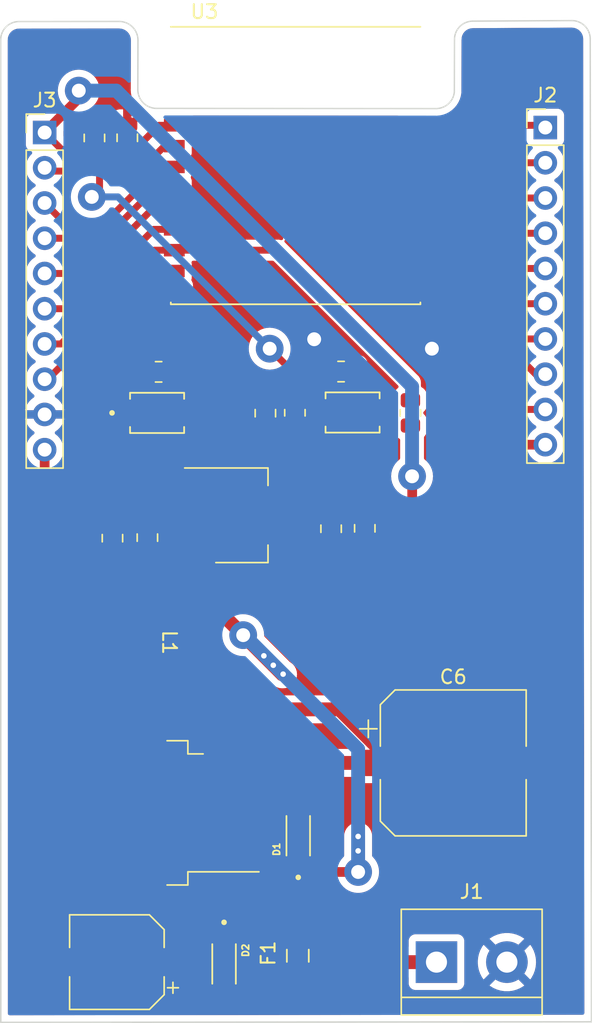
<source format=kicad_pcb>
(kicad_pcb (version 20211014) (generator pcbnew)
  (layers (0 "F.Cu" signal) (31 "B.Cu" signal) (34 "B.Paste" user) (35 "F.Paste" user) (36 "B.SilkS" user "B.Silkscreen") (37 "F.SilkS" user "F.Silkscreen") (38 "B.Mask" user) (39 "F.Mask" user) (44 "Edge.Cuts" user))
  (net 0 "")
  (net 1 "Net-(C1-Pad1)")
  (net 2 "GND")
  (net 3 "+5V")
  (net 4 "+3V3")
  (net 5 "EN")
  (net 6 "Net-(D1-PadC)")
  (net 7 "Net-(D2-PadA)")
  (net 8 "+12V")
  (net 9 "TXD")
  (net 10 "RXD")
  (net 11 "IO19")
  (net 12 "IO18")
  (net 13 "IO9")
  (net 14 "IO8")
  (net 15 "IO7")
  (net 16 "IO6")
  (net 17 "IO2")
  (net 18 "IO3")
  (net 19 "IO0")
  (net 20 "IO1")
  (net 21 "IO10")
  (net 22 "IO4")
  (net 23 "IO5")
  (net 24 "Net-(R2-Pad2)")
  (net 25 "Net-(R4-Pad2)")
  (footprint "Capacitor_SMD:C_0805_2012Metric" (layer "F.Cu") (at 108.46 65.6 90)
    (fp_text reference "C8" hide)
    (fp_text value "10uF")
    (fp_line (start -0.261252 -0.735) (end 0.261252 -0.735) (layer "F.SilkS") (width 0.12))
    (fp_line (start -0.261252 0.735) (end 0.261252 0.735) (layer "F.SilkS") (width 0.12))
    (pad "1" smd roundrect (at -0.95 0 90) (size 1 1.45) (layers "F.Cu" "F.Paste" "F.Mask") (net 4 "+3V3"))
    (pad "2" smd roundrect (at 0.95 0 90) (size 1 1.45) (layers "F.Cu" "F.Paste" "F.Mask") (net 2 "GND"))
  )
  (footprint "Capacitor_SMD:C_0805_2012Metric" (layer "F.Cu") (at 127.96 93.74 -90)
    (fp_text reference "C4" hide)
    (fp_text value "0.1uF")
    (fp_line (start -0.261252 -0.735) (end 0.261252 -0.735) (layer "F.SilkS") (width 0.12))
    (fp_line (start -0.261252 0.735) (end 0.261252 0.735) (layer "F.SilkS") (width 0.12))
    (pad "1" smd roundrect (at -0.95 0 270) (size 1 1.45) (layers "F.Cu" "F.Paste" "F.Mask") (net 4 "+3V3"))
    (pad "2" smd roundrect (at 0.95 0 270) (size 1 1.45) (layers "F.Cu" "F.Paste" "F.Mask") (net 2 "GND"))
  )
  (footprint "Connector_PinHeader_2.54mm:PinHeader_1x10_P2.54mm_Vertical" (layer "F.Cu") (at 104.87 65.21)
    (fp_text reference "J3" (at 0 -2.33) (layer "F.SilkS"))
    (fp_text value "Conn_01x10_Male" hide)
    (fp_line (start -1.33 0) (end -1.33 -1.33) (layer "F.SilkS") (width 0.12))
    (fp_line (start -1.33 1.27) (end -1.33 24.19) (layer "F.SilkS") (width 0.12))
    (fp_line (start 1.33 1.27) (end 1.33 24.19) (layer "F.SilkS") (width 0.12))
    (fp_line (start -1.33 -1.33) (end 0 -1.33) (layer "F.SilkS") (width 0.12))
    (fp_line (start -1.33 24.19) (end 1.33 24.19) (layer "F.SilkS") (width 0.12))
    (fp_line (start -1.33 1.27) (end 1.33 1.27) (layer "F.SilkS") (width 0.12))
    (pad "1" thru_hole rect (at 0 0) (size 1.7 1.7) (drill 1) (layers *.Cu *.Mask) (net 4 "+3V3"))
    (pad "2" thru_hole oval (at 0 2.54) (size 1.7 1.7) (drill 1) (layers *.Cu *.Mask) (net 5 "EN"))
    (pad "3" thru_hole oval (at 0 5.08) (size 1.7 1.7) (drill 1) (layers *.Cu *.Mask) (net 22 "IO4"))
    (pad "4" thru_hole oval (at 0 7.62) (size 1.7 1.7) (drill 1) (layers *.Cu *.Mask) (net 23 "IO5"))
    (pad "5" thru_hole oval (at 0 10.16) (size 1.7 1.7) (drill 1) (layers *.Cu *.Mask) (net 16 "IO6"))
    (pad "6" thru_hole oval (at 0 12.7) (size 1.7 1.7) (drill 1) (layers *.Cu *.Mask) (net 15 "IO7"))
    (pad "7" thru_hole oval (at 0 15.24) (size 1.7 1.7) (drill 1) (layers *.Cu *.Mask) (net 14 "IO8"))
    (pad "8" thru_hole oval (at 0 17.78) (size 1.7 1.7) (drill 1) (layers *.Cu *.Mask) (net 13 "IO9"))
    (pad "9" thru_hole oval (at 0 20.32) (size 1.7 1.7) (drill 1) (layers *.Cu *.Mask) (net 2 "GND"))
    (pad "10" thru_hole oval (at 0 22.86) (size 1.7 1.7) (drill 1) (layers *.Cu *.Mask) (net 3 "+5V"))
  )
  (footprint "Capacitor_SMD:C_0805_2012Metric" (layer "F.Cu") (at 125.53 93.77 -90)
    (fp_text reference "C5" hide)
    (fp_text value "10uF")
    (fp_line (start -0.261252 -0.735) (end 0.261252 -0.735) (layer "F.SilkS") (width 0.12))
    (fp_line (start -0.261252 0.735) (end 0.261252 0.735) (layer "F.SilkS") (width 0.12))
    (pad "1" smd roundrect (at -0.95 0 270) (size 1 1.45) (layers "F.Cu" "F.Paste" "F.Mask") (net 4 "+3V3"))
    (pad "2" smd roundrect (at 0.95 0 270) (size 1 1.45) (layers "F.Cu" "F.Paste" "F.Mask") (net 2 "GND"))
  )
  (footprint "emin_new:100uH" (layer "F.Cu") (at 115.115 101.71 -90)
    (fp_text reference "L1" (at 0.25 1.24 -90 unlocked) (layer "F.SilkS"))
    (fp_text value "100uH")
    (pad "1" smd roundrect (at -2.54 5.08 270) (size 3 8) (layers "F.Cu" "F.Paste" "F.Mask") (net 6 "Net-(D1-PadC)"))
    (pad "2" smd roundrect (at 3.5 5.05 270) (size 3 8) (layers "F.Cu" "F.Paste" "F.Mask") (net 3 "+5V"))
  )
  (footprint "Package_TO_SOT_SMD:SOT-223-3_TabPin2" (layer "F.Cu") (at 119.07 92.8)
    (fp_text reference "U2" hide)
    (fp_text value "AMS1117-3.3")
    (fp_line (start -4.1 -3.41) (end 1.91 -3.41) (layer "F.SilkS") (width 0.12))
    (fp_line (start 1.91 3.41) (end 1.91 2.15) (layer "F.SilkS") (width 0.12))
    (fp_line (start -1.85 3.41) (end 1.91 3.41) (layer "F.SilkS") (width 0.12))
    (fp_line (start 1.91 -3.41) (end 1.91 -2.15) (layer "F.SilkS") (width 0.12))
    (pad "1" smd rect (at -3.15 -2.3) (size 2 1.5) (layers "F.Cu" "F.Paste" "F.Mask") (net 2 "GND"))
    (pad "2" smd rect (at 3.15 0) (size 2 3.8) (layers "F.Cu" "F.Paste" "F.Mask") (net 4 "+3V3"))
    (pad "2" smd rect (at -3.15 0) (size 2 1.5) (layers "F.Cu" "F.Paste" "F.Mask") (net 4 "+3V3"))
    (pad "3" smd rect (at -3.15 2.3) (size 2 1.5) (layers "F.Cu" "F.Paste" "F.Mask") (net 3 "+5V"))
  )
  (footprint "TerminalBlock:TerminalBlock_bornier-2_P5.08mm" (layer "F.Cu") (at 133.13 125.01)
    (fp_text reference "J1" (at 2.54 -5.08) (layer "F.SilkS"))
    (fp_text value "01x02" hide)
    (fp_line (start -2.54 3.81) (end 7.62 3.81) (layer "F.SilkS") (width 0.12))
    (fp_line (start 7.62 3.81) (end 7.62 -3.81) (layer "F.SilkS") (width 0.12))
    (fp_line (start 7.62 -3.81) (end -2.54 -3.81) (layer "F.SilkS") (width 0.12))
    (fp_line (start -2.54 -3.81) (end -2.54 3.81) (layer "F.SilkS") (width 0.12))
    (fp_line (start 7.62 2.54) (end -2.54 2.54) (layer "F.SilkS") (width 0.12))
    (pad "1" thru_hole rect (at 0 0) (size 3 3) (drill 1.52) (layers *.Cu *.Mask) (net 8 "+12V"))
    (pad "2" thru_hole circle (at 5.08 0) (size 3 3) (drill 1.52) (layers *.Cu *.Mask) (net 2 "GND"))
  )
  (footprint "Connector_PinHeader_2.54mm:PinHeader_1x10_P2.54mm_Vertical" (layer "F.Cu") (at 140.98 64.85)
    (fp_text reference "J2" (at 0 -2.33) (layer "F.SilkS"))
    (fp_text value "Conn_01x10_Male" hide)
    (fp_line (start -1.33 1.27) (end 1.33 1.27) (layer "F.SilkS") (width 0.12))
    (fp_line (start -1.33 1.27) (end -1.33 24.19) (layer "F.SilkS") (width 0.12))
    (fp_line (start -1.33 24.19) (end 1.33 24.19) (layer "F.SilkS") (width 0.12))
    (fp_line (start -1.33 0) (end -1.33 -1.33) (layer "F.SilkS") (width 0.12))
    (fp_line (start 1.33 1.27) (end 1.33 24.19) (layer "F.SilkS") (width 0.12))
    (fp_line (start -1.33 -1.33) (end 0 -1.33) (layer "F.SilkS") (width 0.12))
    (pad "1" thru_hole rect (at 0 0) (size 1.7 1.7) (drill 1) (layers *.Cu *.Mask) (net 19 "IO0"))
    (pad "2" thru_hole oval (at 0 2.54) (size 1.7 1.7) (drill 1) (layers *.Cu *.Mask) (net 20 "IO1"))
    (pad "3" thru_hole oval (at 0 5.08) (size 1.7 1.7) (drill 1) (layers *.Cu *.Mask) (net 17 "IO2"))
    (pad "4" thru_hole oval (at 0 7.62) (size 1.7 1.7) (drill 1) (layers *.Cu *.Mask) (net 18 "IO3"))
    (pad "5" thru_hole oval (at 0 10.16) (size 1.7 1.7) (drill 1) (layers *.Cu *.Mask) (net 11 "IO19"))
    (pad "6" thru_hole oval (at 0 12.7) (size 1.7 1.7) (drill 1) (layers *.Cu *.Mask) (net 12 "IO18"))
    (pad "7" thru_hole oval (at 0 15.24) (size 1.7 1.7) (drill 1) (layers *.Cu *.Mask) (net 10 "RXD"))
    (pad "8" thru_hole oval (at 0 17.78) (size 1.7 1.7) (drill 1) (layers *.Cu *.Mask) (net 9 "TXD"))
    (pad "9" thru_hole oval (at 0 20.32) (size 1.7 1.7) (drill 1) (layers *.Cu *.Mask) (net 21 "IO10"))
    (pad "10" thru_hole oval (at 0 22.86) (size 1.7 1.7) (drill 1) (layers *.Cu *.Mask) (net 4 "+3V3"))
  )
  (footprint "Resistor_SMD:R_0805_2012Metric" (layer "F.Cu") (at 122.92 85.41 90)
    (fp_text reference "R3" hide)
    (fp_text value "10k")
    (fp_line (start -0.227064 0.735) (end 0.227064 0.735) (layer "F.SilkS") (width 0.12))
    (fp_line (start -0.227064 -0.735) (end 0.227064 -0.735) (layer "F.SilkS") (width 0.12))
    (pad "1" smd roundrect (at -0.9125 0 90) (size 1.025 1.4) (layers "F.Cu" "F.Paste" "F.Mask") (roundrect_rratio 0.243902439) (net 4 "+3V3"))
    (pad "2" smd roundrect (at 0.9125 0 90) (size 1.025 1.4) (layers "F.Cu" "F.Paste" "F.Mask") (roundrect_rratio 0.243902439) (net 5 "EN"))
  )
  (footprint "Resistor_SMD:R_0805_2012Metric" (layer "F.Cu") (at 113.09 82.46 180)
    (fp_text reference "R4" hide)
    (fp_text value "22r")
    (fp_line (start -0.227064 -0.735) (end 0.227064 -0.735) (layer "F.SilkS") (width 0.12))
    (fp_line (start -0.227064 0.735) (end 0.227064 0.735) (layer "F.SilkS") (width 0.12))
    (pad "1" smd roundrect (at -0.9125 0 180) (size 1.025 1.4) (layers "F.Cu" "F.Paste" "F.Mask") (roundrect_rratio 0.243902439) (net 13 "IO9"))
    (pad "2" smd roundrect (at 0.9125 0 180) (size 1.025 1.4) (layers "F.Cu" "F.Paste" "F.Mask") (roundrect_rratio 0.243902439) (net 25 "Net-(R4-Pad2)"))
  )
  (footprint "Resistor_SMD:R_0805_2012Metric" (layer "F.Cu") (at 126.25 82.44)
    (fp_text reference "R2" hide)
    (fp_text value "22r")
    (fp_line (start -0.227064 0.735) (end 0.227064 0.735) (layer "F.SilkS") (width 0.12))
    (fp_line (start -0.227064 -0.735) (end 0.227064 -0.735) (layer "F.SilkS") (width 0.12))
    (pad "1" smd roundrect (at -0.9125 0) (size 1.025 1.4) (layers "F.Cu" "F.Paste" "F.Mask") (roundrect_rratio 0.243902439) (net 5 "EN"))
    (pad "2" smd roundrect (at 0.9125 0) (size 1.025 1.4) (layers "F.Cu" "F.Paste" "F.Mask") (roundrect_rratio 0.243902439) (net 24 "Net-(R2-Pad2)"))
  )
  (footprint "SnapEDA Library:SW_TL1015AF160QG" (layer "F.Cu") (at 127.08 85.39)
    (fp_text reference "SW1" hide)
    (fp_text value "SW_Push")
    (fp_line (start -1.95 -1.45) (end 1.95 -1.45) (layer "F.SilkS") (width 0.127))
    (fp_line (start 1.95 1.45) (end -1.95 1.45) (layer "F.SilkS") (width 0.127))
    (fp_line (start 1.95 -1.45) (end 1.95 -1.0135) (layer "F.SilkS") (width 0.127))
    (fp_line (start -1.95 -1.0135) (end -1.95 -1.45) (layer "F.SilkS") (width 0.127))
    (fp_line (start -1.95 1.45) (end -1.95 1.0135) (layer "F.SilkS") (width 0.127))
    (fp_line (start 1.95 1.0135) (end 1.95 1.45) (layer "F.SilkS") (width 0.127))
    (pad "1" smd rect (at -2.075 0) (size 0.95 1.4) (layers "F.Cu" "F.Paste" "F.Mask") (net 24 "Net-(R2-Pad2)"))
    (pad "2" smd rect (at 2.075 0) (size 0.95 1.4) (layers "F.Cu" "F.Paste" "F.Mask") (net 2 "GND"))
  )
  (footprint "SnapEDA Library:MODULE_ESP32-C3-WROOM-02-H4" (layer "F.Cu") (at 122.97 67.59)
    (fp_text reference "U3" (at -6.575 -11.085) (layer "F.SilkS"))
    (fp_text value "ESP32-C3-WROOM-02-H4")
    (fp_line (start -9 10) (end 9 10) (layer "F.SilkS") (width 0.127))
    (fp_line (start 9 -10) (end -9 -10) (layer "F.SilkS") (width 0.127))
    (fp_line (start -9 10) (end -9 9.87) (layer "F.SilkS") (width 0.127))
    (fp_line (start 9 10) (end 9 9.87) (layer "F.SilkS") (width 0.127))
    (pad "1" smd rect (at -8.75 -2.9) (size 1.5 0.9) (layers "F.Cu" "F.Paste" "F.Mask") (net 4 "+3V3"))
    (pad "2" smd rect (at -8.75 -1.4) (size 1.5 0.9) (layers "F.Cu" "F.Paste" "F.Mask") (net 5 "EN"))
    (pad "3" smd rect (at -8.75 0.1) (size 1.5 0.9) (layers "F.Cu" "F.Paste" "F.Mask") (net 22 "IO4"))
    (pad "4" smd rect (at -8.75 1.6) (size 1.5 0.9) (layers "F.Cu" "F.Paste" "F.Mask") (net 23 "IO5"))
    (pad "5" smd rect (at -8.75 3.1) (size 1.5 0.9) (layers "F.Cu" "F.Paste" "F.Mask") (net 16 "IO6"))
    (pad "6" smd rect (at -8.75 4.6) (size 1.5 0.9) (layers "F.Cu" "F.Paste" "F.Mask") (net 15 "IO7"))
    (pad "7" smd rect (at -8.75 6.1) (size 1.5 0.9) (layers "F.Cu" "F.Paste" "F.Mask") (net 14 "IO8"))
    (pad "8" smd rect (at -8.75 7.6) (size 1.5 0.9) (layers "F.Cu" "F.Paste" "F.Mask") (net 13 "IO9"))
    (pad "9" smd rect (at -8.75 9.1) (size 1.5 0.9) (layers "F.Cu" "F.Paste" "F.Mask") (net 2 "GND"))
    (pad "10" smd rect (at 8.75 9.1) (size 1.5 0.9) (layers "F.Cu" "F.Paste" "F.Mask") (net 21 "IO10"))
    (pad "11" smd rect (at 8.75 7.6) (size 1.5 0.9) (layers "F.Cu" "F.Paste" "F.Mask") (net 9 "TXD"))
    (pad "12" smd rect (at 8.75 6.1) (size 1.5 0.9) (layers "F.Cu" "F.Paste" "F.Mask") (net 10 "RXD"))
    (pad "13" smd rect (at 8.75 4.6) (size 1.5 0.9) (layers "F.Cu" "F.Paste" "F.Mask") (net 12 "IO18"))
    (pad "14" smd rect (at 8.75 3.1) (size 1.5 0.9) (layers "F.Cu" "F.Paste" "F.Mask") (net 11 "IO19"))
    (pad "15" smd rect (at 8.75 1.6) (size 1.5 0.9) (layers "F.Cu" "F.Paste" "F.Mask") (net 18 "IO3"))
    (pad "16" smd rect (at 8.75 0.1) (size 1.5 0.9) (layers "F.Cu" "F.Paste" "F.Mask") (net 17 "IO2"))
    (pad "17" smd rect (at 8.75 -1.4) (size 1.5 0.9) (layers "F.Cu" "F.Paste" "F.Mask") (net 20 "IO1"))
    (pad "18" smd rect (at 8.75 -2.9) (size 1.5 0.9) (layers "F.Cu" "F.Paste" "F.Mask") (net 19 "IO0"))
    (pad "19" smd rect (at -0.14 2.2) (size 0.7 0.7) (layers "F.Cu" "F.Paste" "F.Mask") (net 2 "GND"))
    (pad "20" smd rect (at 0.96 2.2) (size 0.7 0.7) (layers "F.Cu" "F.Paste" "F.Mask") (net 2 "GND"))
    (pad "21" smd rect (at 2.06 2.2) (size 0.7 0.7) (layers "F.Cu" "F.Paste" "F.Mask") (net 2 "GND"))
    (pad "22" smd rect (at -0.14 3.3) (size 0.7 0.7) (layers "F.Cu" "F.Paste" "F.Mask") (net 2 "GND"))
    (pad "23" smd rect (at 0.96 3.3) (size 0.7 0.7) (layers "F.Cu" "F.Paste" "F.Mask") (net 2 "GND"))
    (pad "24" smd rect (at 2.06 3.3) (size 0.7 0.7) (layers "F.Cu" "F.Paste" "F.Mask") (net 2 "GND"))
    (pad "25" smd rect (at -0.14 4.4) (size 0.7 0.7) (layers "F.Cu" "F.Paste" "F.Mask") (net 2 "GND"))
    (pad "26" smd rect (at 0.96 4.4) (size 0.7 0.7) (layers "F.Cu" "F.Paste" "F.Mask") (net 2 "GND"))
    (pad "27" smd rect (at 2.06 4.4) (size 0.7 0.7) (layers "F.Cu" "F.Paste" "F.Mask") (net 2 "GND"))
  )
  (footprint "Package_TO_SOT_SMD:TO-263-5_TabPin3" (layer "F.Cu") (at 112.25 114.25 180)
    (fp_text reference "U1" hide)
    (fp_text value "LM2576HVS-5")
    (fp_line (start -1.45 5.2) (end -2.95 5.2) (layer "F.SilkS") (width 0.12))
    (fp_line (start -2.95 -5.2) (end -2.95 -4.25) (layer "F.SilkS") (width 0.12))
    (fp_line (start -2.95 -4.25) (end -8.075 -4.25) (layer "F.SilkS") (width 0.12))
    (fp_line (start -1.45 -5.2) (end -2.95 -5.2) (layer "F.SilkS") (width 0.12))
    (fp_line (start -2.95 5.2) (end -2.95 4.25) (layer "F.SilkS") (width 0.12))
    (fp_line (start -2.95 4.25) (end -4.05 4.25) (layer "F.SilkS") (width 0.12))
    (pad "1" smd rect (at -5.775 -3.4 180) (size 4.6 1.1) (layers "F.Cu" "F.Paste" "F.Mask") (net 1 "Net-(C1-Pad1)"))
    (pad "2" smd rect (at -5.775 -1.7 180) (size 4.6 1.1) (layers "F.Cu" "F.Paste" "F.Mask") (net 6 "Net-(D1-PadC)"))
    (pad "3" smd rect (at -5.775 0 180) (size 4.6 1.1) (layers "F.Cu" "F.Paste" "F.Mask") (net 2 "GND"))
    (pad "3" smd rect (at 3.375 0 180) (size 9.4 10.8) (layers "F.Cu" "F.Mask") (net 2 "GND"))
    (pad "4" smd rect (at -5.775 1.7 180) (size 4.6 1.1) (layers "F.Cu" "F.Paste" "F.Mask") (net 3 "+5V"))
    (pad "5" smd rect (at -5.775 3.4 180) (size 4.6 1.1) (layers "F.Cu" "F.Paste" "F.Mask") (net 2 "GND"))
  )
  (footprint "Resistor_SMD:R_0805_2012Metric" (layer "F.Cu") (at 131.25 85.42 90)
    (fp_text reference "R1" hide)
    (fp_text value "10k")
    (fp_line (start -0.227064 -0.735) (end 0.227064 -0.735) (layer "F.SilkS") (width 0.12))
    (fp_line (start -0.227064 0.735) (end 0.227064 0.735) (layer "F.SilkS") (width 0.12))
    (pad "1" smd roundrect (at -0.9125 0 90) (size 1.025 1.4) (layers "F.Cu" "F.Paste" "F.Mask") (roundrect_rratio 0.243902439) (net 4 "+3V3"))
    (pad "2" smd roundrect (at 0.9125 0 90) (size 1.025 1.4) (layers "F.Cu" "F.Paste" "F.Mask") (roundrect_rratio 0.243902439) (net 14 "IO8"))
  )
  (footprint "Capacitor_SMD:CP_Elec_10x12.6" (layer "F.Cu") (at 134.34 110.65)
    (fp_text reference "C6" (at 0 -6.2) (layer "F.SilkS"))
    (fp_text value "1000uF")
    (fp_line (start -4.195563 -5.26) (end 5.26 -5.26) (layer "F.SilkS") (width 0.12))
    (fp_line (start -5.26 -4.195563) (end -5.26 -1.21) (layer "F.SilkS") (width 0.12))
    (fp_line (start 5.26 5.26) (end 5.26 1.21) (layer "F.SilkS") (width 0.12))
    (fp_line (start -5.26 -4.195563) (end -4.195563 -5.26) (layer "F.SilkS") (width 0.12))
    (fp_line (start -5.26 4.195563) (end -4.195563 5.26) (layer "F.SilkS") (width 0.12))
    (fp_line (start 5.26 -5.26) (end 5.26 -1.21) (layer "F.SilkS") (width 0.12))
    (fp_line (start -5.26 4.195563) (end -5.26 1.21) (layer "F.SilkS") (width 0.12))
    (fp_line (start -4.195563 5.26) (end 5.26 5.26) (layer "F.SilkS") (width 0.12))
    (fp_line (start -6.125 -3.085) (end -6.125 -1.835) (layer "F.SilkS") (width 0.12))
    (fp_line (start -6.75 -2.46) (end -5.5 -2.46) (layer "F.SilkS") (width 0.12))
    (pad "1" smd roundrect (at -4.35 0) (size 4.4 1.9) (layers "F.Cu" "F.Paste" "F.Mask") (roundrect_rratio 0.1315789474) (net 3 "+5V"))
    (pad "2" smd roundrect (at 4.35 0) (size 4.4 1.9) (layers "F.Cu" "F.Paste" "F.Mask") (roundrect_rratio 0.1315789474) (net 2 "GND"))
  )
  (footprint "SnapEDA Library:FUSC3215X83N" (layer "F.Cu") (at 123.13 124.55 90)
    (fp_text reference "F1" (at 0.175 -2.135 90) (layer "F.SilkS"))
    (fp_text value "FUSE")
    (fp_line (start -0.44 -0.79) (end 0.44 -0.79) (layer "F.SilkS") (width 0.127))
    (fp_line (start 0.44 0.79) (end -0.44 0.79) (layer "F.SilkS") (width 0.127))
    (pad "1" smd rect (at -2.54 0 90) (size 1.17 1.8) (layers "F.Cu" "F.Paste" "F.Mask") (net 8 "+12V"))
    (pad "2" smd rect (at 2.54 0 90) (size 1.17 1.8) (layers "F.Cu" "F.Paste" "F.Mask") (net 7 "Net-(D2-PadA)"))
  )
  (footprint "Capacitor_SMD:C_0805_2012Metric" (layer "F.Cu") (at 120.79 85.44 -90)
    (fp_text reference "C9" hide)
    (fp_text value "1uF")
    (fp_line (start -0.261252 0.735) (end 0.261252 0.735) (layer "F.SilkS") (width 0.12))
    (fp_line (start -0.261252 -0.735) (end 0.261252 -0.735) (layer "F.SilkS") (width 0.12))
    (pad "1" smd roundrect (at -0.95 0 270) (size 1 1.45) (layers "F.Cu" "F.Paste" "F.Mask") (net 5 "EN"))
    (pad "2" smd roundrect (at 0.95 0 270) (size 1 1.45) (layers "F.Cu" "F.Paste" "F.Mask") (net 2 "GND"))
  )
  (footprint "SnapEDA Library:SOD3715X145N" (layer "F.Cu") (at 123.16 115.9 90)
    (fp_text reference "D1" (at -0.97763 -1.557398 90) (layer "F.SilkS") (effects (font (size 0.4808 0.4808))))
    (fp_text value "1N5819HW-7")
    (fp_line (start -1.425 -0.85) (end 1.425 -0.85) (layer "F.SilkS") (width 0.127))
    (fp_line (start 1.425 0.85) (end -1.425 0.85) (layer "F.SilkS") (width 0.127))
    (fp_circle (center -3 0) (end -2.9 0) (layer "F.SilkS") (width 0.2) (fill none))
    (pad "A" smd rect locked (at 1.68 0 90) (size 1.21 0.73) (layers "F.Cu" "F.Paste" "F.Mask") (net 2 "GND"))
    (pad "C" smd rect locked (at -1.68 0 90) (size 1.21 0.73) (layers "F.Cu" "F.Paste" "F.Mask") (net 6 "Net-(D1-PadC)"))
  )
  (footprint "Capacitor_SMD:C_0805_2012Metric" (layer "F.Cu") (at 110.83 65.59 90)
    (fp_text reference "C7" hide)
    (fp_text value "100nF")
    (fp_line (start -0.261252 -0.735) (end 0.261252 -0.735) (layer "F.SilkS") (width 0.12))
    (fp_line (start -0.261252 0.735) (end 0.261252 0.735) (layer "F.SilkS") (width 0.12))
    (pad "1" smd roundrect (at -0.95 0 90) (size 1 1.45) (layers "F.Cu" "F.Paste" "F.Mask") (net 4 "+3V3"))
    (pad "2" smd roundrect (at 0.95 0 90) (size 1 1.45) (layers "F.Cu" "F.Paste" "F.Mask") (net 2 "GND"))
  )
  (footprint "Capacitor_SMD:CP_Elec_6.3x7.7" (layer "F.Cu") (at 110.08 125.01 180)
    (fp_text reference "C1" hide)
    (fp_text value "100uF")
    (fp_line (start -3.41 -2.345563) (end -3.41 -1.06) (layer "F.SilkS") (width 0.12))
    (fp_line (start -4.04375 -2.24125) (end -4.04375 -1.45375) (layer "F.SilkS") (width 0.12))
    (fp_line (start -2.345563 3.41) (end 3.41 3.41) (layer "F.SilkS") (width 0.12))
    (fp_line (start -3.41 -2.345563) (end -2.345563 -3.41) (layer "F.SilkS") (width 0.12))
    (fp_line (start 3.41 -3.41) (end 3.41 -1.06) (layer "F.SilkS") (width 0.12))
    (fp_line (start -2.345563 -3.41) (end 3.41 -3.41) (layer "F.SilkS") (width 0.12))
    (fp_line (start -4.4375 -1.8475) (end -3.65 -1.8475) (layer "F.SilkS") (width 0.12))
    (fp_line (start 3.41 3.41) (end 3.41 1.06) (layer "F.SilkS") (width 0.12))
    (fp_line (start -3.41 2.345563) (end -3.41 1.06) (layer "F.SilkS") (width 0.12))
    (fp_line (start -3.41 2.345563) (end -2.345563 3.41) (layer "F.SilkS") (width 0.12))
    (pad "1" smd roundrect (at -2.7 0 180) (size 3.5 1.6) (layers "F.Cu" "F.Paste" "F.Mask") (roundrect_rratio 0.15625) (net 1 "Net-(C1-Pad1)"))
    (pad "2" smd roundrect (at 2.7 0 180) (size 3.5 1.6) (layers "F.Cu" "F.Paste" "F.Mask") (roundrect_rratio 0.15625) (net 2 "GND"))
  )
  (footprint "Capacitor_SMD:C_0805_2012Metric" (layer "F.Cu") (at 112.28 94.41 90)
    (fp_text reference "C2" hide)
    (fp_text value "10uF")
    (fp_line (start -0.261252 -0.735) (end 0.261252 -0.735) (layer "F.SilkS") (width 0.12))
    (fp_line (start -0.261252 0.735) (end 0.261252 0.735) (layer "F.SilkS") (width 0.12))
    (pad "1" smd roundrect (at -0.95 0 90) (size 1 1.45) (layers "F.Cu" "F.Paste" "F.Mask") (net 3 "+5V"))
    (pad "2" smd roundrect (at 0.95 0 90) (size 1 1.45) (layers "F.Cu" "F.Paste" "F.Mask") (net 2 "GND"))
  )
  (footprint "Capacitor_SMD:C_0805_2012Metric" (layer "F.Cu") (at 109.76 94.45 90)
    (fp_text reference "C3" hide)
    (fp_text value "0.1uF")
    (fp_line (start -0.261252 0.735) (end 0.261252 0.735) (layer "F.SilkS") (width 0.12))
    (fp_line (start -0.261252 -0.735) (end 0.261252 -0.735) (layer "F.SilkS") (width 0.12))
    (pad "1" smd roundrect (at -0.95 0 90) (size 1 1.45) (layers "F.Cu" "F.Paste" "F.Mask") (net 3 "+5V"))
    (pad "2" smd roundrect (at 0.95 0 90) (size 1 1.45) (layers "F.Cu" "F.Paste" "F.Mask") (net 2 "GND"))
  )
  (footprint "SnapEDA Library:SOD3715X145N" (layer "F.Cu") (at 117.81 125.14 -90)
    (fp_text reference "D2" (at -0.97763 -1.557398 90) (layer "F.SilkS") (effects (font (size 0.4808 0.4808))))
    (fp_text value "1N5819HW-7")
    (fp_line (start -1.425 -0.85) (end 1.425 -0.85) (layer "F.SilkS") (width 0.127))
    (fp_line (start 1.425 0.85) (end -1.425 0.85) (layer "F.SilkS") (width 0.127))
    (fp_circle (center -3 0) (end -2.9 0) (layer "F.SilkS") (width 0.2) (fill none))
    (pad "A" smd rect locked (at 1.68 0 270) (size 1.21 0.73) (layers "F.Cu" "F.Paste" "F.Mask") (net 7 "Net-(D2-PadA)"))
    (pad "C" smd rect locked (at -1.68 0 270) (size 1.21 0.73) (layers "F.Cu" "F.Paste" "F.Mask") (net 1 "Net-(C1-Pad1)"))
  )
  (footprint "SnapEDA Library:SW_TL1015AF160QG" (layer "F.Cu") (at 112.98 85.42)
    (fp_text reference "SW2" hide)
    (fp_text value "SW_Push")
    (fp_line (start 1.95 -1.45) (end 1.95 -1.0135) (layer "F.SilkS") (width 0.127))
    (fp_line (start -1.95 1.45) (end -1.95 1.0135) (layer "F.SilkS") (width 0.127))
    (fp_line (start -1.95 -1.45) (end 1.95 -1.45) (layer "F.SilkS") (width 0.127))
    (fp_line (start 1.95 1.0135) (end 1.95 1.45) (layer "F.SilkS") (width 0.127))
    (fp_line (start 1.95 1.45) (end -1.95 1.45) (layer "F.SilkS") (width 0.127))
    (fp_line (start -1.95 -1.0135) (end -1.95 -1.45) (layer "F.SilkS") (width 0.127))
    (fp_circle (center -3.25 0) (end -3.15 0) (layer "F.SilkS") (width 0.2) (fill none))
    (pad "1" smd rect locked (at -2.075 0) (size 0.95 1.4) (layers "F.Cu" "F.Paste" "F.Mask") (net 25 "Net-(R4-Pad2)"))
    (pad "2" smd rect locked (at 2.075 0) (size 0.95 1.4) (layers "F.Cu" "F.Paste" "F.Mask") (net 2 "GND"))
  )
  (gr_arc (start 112.91 63.47) (mid 111.976211 63.062704) (end 111.59 62.12) (layer "Edge.Cuts") (width 0.1))
  (gr_line (start 101.700001 58.5) (end 101.71 129.35) (layer "Edge.Cuts") (width 0.1))
  (gr_line (start 144.306867 129.31) (end 144.22 58.42) (layer "Edge.Cuts") (width 0.1))
  (gr_line (start 133.13 63.483133) (end 112.91 63.47) (layer "Edge.Cuts") (width 0.1))
  (gr_arc (start 110.273098 57.202231) (mid 111.22107 57.617099) (end 111.6 58.58) (layer "Edge.Cuts") (width 0.1))
  (gr_line (start 110.273098 57.202231) (end 103.02 57.20966) (layer "Edge.Cuts") (width 0.1))
  (gr_line (start 142.92 57.14) (end 135.729852 57.179666) (layer "Edge.Cuts") (width 0.1))
  (gr_arc (start 142.92 57.14) (mid 143.82364 57.522397) (end 144.22 58.42) (layer "Edge.Cuts") (width 0.1))
  (gr_line (start 101.71 129.35) (end 144.306867 129.31) (layer "Edge.Cuts") (width 0.1))
  (gr_line (start 111.59 62.12) (end 111.6 58.58) (layer "Edge.Cuts") (width 0.1))
  (gr_line (start 134.429853 58.470006) (end 134.419909 62.28) (layer "Edge.Cuts") (width 0.1))
  (gr_arc (start 101.700001 58.5) (mid 102.09704 57.585825) (end 103.02 57.20966) (layer "Edge.Cuts") (width 0.1))
  (gr_arc (start 134.429853 58.470006) (mid 134.819762 57.562799) (end 135.729852 57.179666) (layer "Edge.Cuts") (width 0.1))
  (gr_arc (start 134.419909 62.28) (mid 134.003983 63.127114) (end 133.13 63.483133) (layer "Edge.Cuts") (width 0.1))
  (segment (start 112.78 125.01) (end 112.78 123.57) (width 0.7) (layer "F.Cu") (net 1))
  (segment (start 117.879777 118.470223) (end 117.879777 117.795223) (width 0.7) (layer "F.Cu") (net 1))
  (segment (start 112.78 123.57) (end 117.879777 118.470223) (width 0.7) (layer "F.Cu") (net 1))
  (segment (start 114.95 125.01) (end 112.78 125.01) (width 0.7) (layer "F.Cu") (net 1))
  (segment (start 116.5 123.46) (end 114.95 125.01) (width 0.7) (layer "F.Cu") (net 1))
  (segment (start 117.81 123.46) (end 116.5 123.46) (width 0.7) (layer "F.Cu") (net 1))
  (segment (start 117.879777 117.795223) (end 118.025 117.65) (width 1) (layer "F.Cu") (net 1))
  (via (at 132.8 80.79) (size 2) (drill 1) (layers "F.Cu" "B.Cu") (net 2))
  (via (at 124.31 80.11) (size 2) (drill 1) (layers "F.Cu" "B.Cu") (net 2))
  (segment (start 104.87 92.76) (end 104.87 88.07) (width 0.7) (layer "F.Cu") (net 3))
  (segment (start 124.1 112.55) (end 126 110.65) (width 1) (layer "F.Cu") (net 3))
  (segment (start 126.13 106.79) (end 116.4 106.79) (width 1) (layer "F.Cu") (net 3))
  (segment (start 118.025 112.55) (end 124.1 112.55) (width 1) (layer "F.Cu") (net 3))
  (segment (start 114.82 105.21) (end 110.065 105.21) (width 1) (layer "F.Cu") (net 3))
  (segment (start 105.8 105.21) (end 110.065 105.21) (width 1) (layer "F.Cu") (net 3))
  (segment (start 109.76 95.4) (end 106.08 95.4) (width 1) (layer "F.Cu") (net 3))
  (segment (start 107.58 95.47) (end 104.87 92.76) (width 0.7) (layer "F.Cu") (net 3))
  (segment (start 103.96 103.37) (end 105.8 105.21) (width 1) (layer "F.Cu") (net 3))
  (segment (start 109.76 95.4) (end 112.24 95.4) (width 1) (layer "F.Cu") (net 3))
  (segment (start 112.28 95.36) (end 115.66 95.36) (width 1) (layer "F.Cu") (net 3))
  (segment (start 112.24 95.4) (end 112.28 95.36) (width 1) (layer "F.Cu") (net 3))
  (segment (start 106.08 95.4) (end 103.96 97.52) (width 1) (layer "F.Cu") (net 3))
  (segment (start 115.66 95.36) (end 115.92 95.1) (width 1) (layer "F.Cu") (net 3))
  (segment (start 129.99 110.65) (end 126.13 106.79) (width 1) (layer "F.Cu") (net 3))
  (segment (start 103.96 97.52) (end 103.96 103.37) (width 1) (layer "F.Cu") (net 3))
  (segment (start 126 110.65) (end 129.99 110.65) (width 1) (layer "F.Cu") (net 3))
  (segment (start 116.4 106.79) (end 114.82 105.21) (width 1) (layer "F.Cu") (net 3))
  (segment (start 115.92 92.8) (end 122.22 92.8) (width 0.7) (layer "F.Cu") (net 4))
  (segment (start 122.92 86.3225) (end 122.92 87.75) (width 0.7) (layer "F.Cu") (net 4))
  (segment (start 139.3 87.71) (end 140.98 87.71) (width 0.7) (layer "F.Cu") (net 4))
  (segment (start 131.37 86.4525) (end 131.25 86.3325) (width 0.7) (layer "F.Cu") (net 4))
  (segment (start 111.28 66.54) (end 106.2 66.54) (width 0.5) (layer "F.Cu") (net 4))
  (segment (start 127.95 92.8) (end 127.96 92.79) (width 0.7) (layer "F.Cu") (net 4))
  (segment (start 113.13 64.69) (end 111.28 66.54) (width 0.5) (layer "F.Cu") (net 4))
  (segment (start 122.92 87.75) (end 127.96 92.79) (width 0.7) (layer "F.Cu") (net 4))
  (segment (start 122.22 92.8) (end 127.95 92.8) (width 0.7) (layer "F.Cu") (net 4))
  (segment (start 131.25 86.3325) (end 131.25 86.3425) (width 0.7) (layer "F.Cu") (net 4))
  (segment (start 131.38 90) (end 131.38 92.81) (width 0.7) (layer "F.Cu") (net 4))
  (segment (start 114.22 64.69) (end 113.13 64.69) (width 0.5) (layer "F.Cu") (net 4))
  (segment (start 107.33 62.19) (end 107.33 62.75) (width 0.7) (layer "F.Cu") (net 4))
  (segment (start 134.22 92.79) (end 139.3 87.71) (width 0.7) (layer "F.Cu") (net 4))
  (segment (start 127.96 92.79) (end 134.22 92.79) (width 0.7) (layer "F.Cu") (net 4))
  (segment (start 131.37 89.99) (end 131.37 86.4525) (width 0.7) (layer "F.Cu") (net 4))
  (segment (start 106.2 66.54) (end 104.87 65.21) (width 0.5) (layer "F.Cu") (net 4))
  (segment (start 107.33 62.75) (end 104.87 65.21) (width 0.7) (layer "F.Cu") (net 4))
  (segment (start 131.37 89.99) (end 131.38 90) (width 0.7) (layer "F.Cu") (net 4))
  (via (at 107.33 62.19) (size 2) (drill 1) (layers "F.Cu" "B.Cu") (net 4))
  (via (at 131.37 89.99) (size 2) (drill 1) (layers "F.Cu" "B.Cu") (net 4))
  (segment (start 131.37 89.99) (end 131.37 83.52) (width 1) (layer "B.Cu") (net 4))
  (segment (start 110.04 62.19) (end 107.33 62.19) (width 1) (layer "B.Cu") (net 4))
  (segment (start 131.37 83.52) (end 110.04 62.19) (width 1) (layer "B.Cu") (net 4))
  (segment (start 108.83 67.99) (end 111.71 67.99) (width 0.5) (layer "F.Cu") (net 5))
  (segment (start 111.71 67.99) (end 113.51 66.19) (width 0.5) (layer "F.Cu") (net 5))
  (segment (start 121.1 80.79) (end 122.75 82.44) (width 0.5) (layer "F.Cu") (net 5))
  (segment (start 122.75 82.44) (end 125.3375 82.44) (width 0.5) (layer "F.Cu") (net 5))
  (segment (start 122.92 84.4975) (end 122.92 82.55) (width 0.5) (layer "F.Cu") (net 5))
  (segment (start 113.51 66.19) (end 114.22 66.19) (width 0.5) (layer "F.Cu") (net 5))
  (segment (start 122.9125 84.49) (end 122.92 84.4975) (width 0.5) (layer "F.Cu") (net 5))
  (segment (start 122.92 82.55) (end 122.78 82.41) (width 0.5) (layer "F.Cu") (net 5))
  (segment (start 108.83 69.29) (end 108.27 69.85) (width 0.5) (layer "F.Cu") (net 5))
  (segment (start 120.79 84.49) (end 122.9125 84.49) (width 0.5) (layer "F.Cu") (net 5))
  (segment (start 108.83 67.99) (end 108.83 69.29) (width 0.5) (layer "F.Cu") (net 5))
  (segment (start 104.71 67.99) (end 108.83 67.99) (width 0.5) (layer "F.Cu") (net 5))
  (via (at 108.27 69.85) (size 2) (drill 1) (layers "F.Cu" "B.Cu") (net 5))
  (via (at 121.1 80.79) (size 2) (drill 1) (layers "F.Cu" "B.Cu") (net 5))
  (segment (start 108.27 69.85) (end 110.16 69.85) (width 0.5) (layer "B.Cu") (net 5))
  (segment (start 110.16 69.85) (end 121.1 80.79) (width 0.5) (layer "B.Cu") (net 5))
  (segment (start 119.19 101.44) (end 120.68 102.93) (width 1) (layer "F.Cu") (net 6))
  (segment (start 123.12 117.52) (end 121.55 115.95) (width 0.7) (layer "F.Cu") (net 6))
  (segment (start 120.68 102.93) (end 121.36 103.61) (width 1) (layer "F.Cu") (net 6))
  (segment (start 127.48 118.51) (end 127.48 116.99) (width 1) (layer "F.Cu") (net 6))
  (segment (start 122.01 104.26) (end 122.06 104.26) (width 1) (layer "F.Cu") (net 6))
  (segment (start 121.36 103.61) (end 122.01 104.26) (width 1) (layer "F.Cu") (net 6))
  (segment (start 124.11 118.51) (end 123.12 117.52) (width 0.7) (layer "F.Cu") (net 6))
  (segment (start 116.92 99.17) (end 110.035 99.17) (width 1) (layer "F.Cu") (net 6))
  (segment (start 119.19 101.44) (end 116.92 99.17) (width 1) (layer "F.Cu") (net 6))
  (segment (start 127.48 116.99) (end 127.48 115.95) (width 1) (layer "F.Cu") (net 6))
  (segment (start 127.48 118.51) (end 124.11 118.51) (width 0.7) (layer "F.Cu") (net 6))
  (segment (start 121.55 115.95) (end 118.025 115.95) (width 0.7) (layer "F.Cu") (net 6))
  (via (at 127.48 115.95) (size 0.8) (drill 0.4) (layers "F.Cu" "B.Cu") (net 6))
  (via (at 119.19 101.44) (size 2) (drill 1) (layers "F.Cu" "B.Cu") (net 6))
  (via (at 127.48 118.51) (size 2) (drill 1) (layers "F.Cu" "B.Cu") (net 6))
  (via (at 121.36 103.61) (size 0.8) (drill 0.4) (layers "F.Cu" "B.Cu") (net 6))
  (via (at 120.68 102.93) (size 0.8) (drill 0.4) (layers "F.Cu" "B.Cu") (net 6))
  (via (at 127.48 116.99) (size 0.8) (drill 0.4) (layers "F.Cu" "B.Cu") (net 6))
  (via (at 122.07 104.25) (size 0.8) (drill 0.4) (layers "F.Cu" "B.Cu") (net 6))
  (segment (start 119.19 101.44) (end 119.26 101.44) (width 1) (layer "B.Cu") (net 6))
  (segment (start 119.26 101.44) (end 122.07 104.25) (width 1) (layer "B.Cu") (net 6))
  (segment (start 127.48 109.66) (end 127.48 118.51) (width 1) (layer "B.Cu") (net 6))
  (segment (start 122.07 104.25) (end 127.48 109.66) (width 1) (layer "B.Cu") (net 6))
  (segment (start 117.81 126.82) (end 117.81 126.43) (width 0.7) (layer "F.Cu") (net 7))
  (segment (start 122.23 122.01) (end 123.13 122.01) (width 0.7) (layer "F.Cu") (net 7))
  (segment (start 117.81 126.43) (end 122.23 122.01) (width 0.7) (layer "F.Cu") (net 7))
  (segment (start 125.44 127.09) (end 127.52 125.01) (width 1) (layer "F.Cu") (net 8))
  (segment (start 127.52 125.01) (end 133.13 125.01) (width 1) (layer "F.Cu") (net 8))
  (segment (start 123.13 127.09) (end 125.44 127.09) (width 1) (layer "F.Cu") (net 8))
  (segment (start 131.72 75.19) (end 132.85 75.19) (width 0.5) (layer "F.Cu") (net 9))
  (segment (start 140.29 82.63) (end 140.98 82.63) (width 0.5) (layer "F.Cu") (net 9))
  (segment (start 132.85 75.19) (end 140.29 82.63) (width 0.5) (layer "F.Cu") (net 9))
  (segment (start 139.43 80.09) (end 140.98 80.09) (width 0.5) (layer "F.Cu") (net 10))
  (segment (start 131.72 73.69) (end 133.03 73.69) (width 0.5) (layer "F.Cu") (net 10))
  (segment (start 133.03 73.69) (end 139.43 80.09) (width 0.5) (layer "F.Cu") (net 10))
  (segment (start 131.72 70.69) (end 133.31 70.69) (width 0.5) (layer "F.Cu") (net 11))
  (segment (start 133.31 70.69) (end 137.63 75.01) (width 0.5) (layer "F.Cu") (net 11))
  (segment (start 137.63 75.01) (end 140.98 75.01) (width 0.5) (layer "F.Cu") (net 11))
  (segment (start 131.72 72.19) (end 133.16 72.19) (width 0.5) (layer "F.Cu") (net 12))
  (segment (start 133.16 72.19) (end 138.52 77.55) (width 0.5) (layer "F.Cu") (net 12))
  (segment (start 138.52 77.55) (end 140.98 77.55) (width 0.5) (layer "F.Cu") (net 12))
  (segment (start 114.0025 82.46) (end 114.0025 80.6625) (width 0.5) (layer "F.Cu") (net 13))
  (segment (start 112.9 75.19) (end 114.22 75.19) (width 0.5) (layer "F.Cu") (net 13))
  (segment (start 114.0025 80.6625) (end 110.715 77.375) (width 0.5) (layer "F.Cu") (net 13))
  (segment (start 104.87 82.99) (end 105.1 82.99) (width 0.5) (layer "F.Cu") (net 13))
  (segment (start 110.715 77.375) (end 112.9 75.19) (width 0.5) (layer "F.Cu") (net 13))
  (segment (start 105.1 82.99) (end 110.715 77.375) (width 0.5) (layer "F.Cu") (net 13))
  (segment (start 112.81 73.69) (end 121.68 73.69) (width 0.5) (layer "F.Cu") (net 14))
  (segment (start 131.25 83.26) (end 131.25 84.5075) (width 0.5) (layer "F.Cu") (net 14))
  (segment (start 106.05 80.45) (end 112.81 73.69) (width 0.5) (layer "F.Cu") (net 14))
  (segment (start 121.68 73.69) (end 131.25 83.26) (width 0.5) (layer "F.Cu") (net 14))
  (segment (start 104.87 80.45) (end 106.05 80.45) (width 0.5) (layer "F.Cu") (net 14))
  (segment (start 107.03 77.91) (end 112.75 72.19) (width 0.5) (layer "F.Cu") (net 15))
  (segment (start 104.87 77.91) (end 107.03 77.91) (width 0.5) (layer "F.Cu") (net 15))
  (segment (start 112.75 72.19) (end 114.22 72.19) (width 0.5) (layer "F.Cu") (net 15))
  (segment (start 104.87 75.37) (end 107.99 75.37) (width 0.5) (layer "F.Cu") (net 16))
  (segment (start 112.67 70.69) (end 114.22 70.69) (width 0.5) (layer "F.Cu") (net 16))
  (segment (start 107.99 75.37) (end 112.67 70.69) (width 0.5) (layer "F.Cu") (net 16))
  (segment (start 135.39 67.69) (end 137.63 69.93) (width 0.5) (layer "F.Cu") (net 17))
  (segment (start 131.72 67.69) (end 135.39 67.69) (width 0.5) (layer "F.Cu") (net 17))
  (segment (start 137.63 69.93) (end 140.98 69.93) (width 0.5) (layer "F.Cu") (net 17))
  (segment (start 134.35 69.19) (end 137.63 72.47) (width 0.5) (layer "F.Cu") (net 18))
  (segment (start 131.72 69.19) (end 134.35 69.19) (width 0.5) (layer "F.Cu") (net 18))
  (segment (start 137.63 72.47) (end 140.98 72.47) (width 0.5) (layer "F.Cu") (net 18))
  (segment (start 140.98 64.85) (end 140.82 64.69) (width 0.5) (layer "F.Cu") (net 19))
  (segment (start 140.82 64.69) (end 131.65 64.69) (width 0.5) (layer "F.Cu") (net 19))
  (segment (start 137.15 66.19) (end 138.35 67.39) (width 0.5) (layer "F.Cu") (net 20))
  (segment (start 138.35 67.39) (end 140.98 67.39) (width 0.5) (layer "F.Cu") (net 20))
  (segment (start 131.72 66.19) (end 137.15 66.19) (width 0.5) (layer "F.Cu") (net 20))
  (segment (start 138.86 85.17) (end 140.98 85.17) (width 0.5) (layer "F.Cu") (net 21))
  (segment (start 131.72 76.69) (end 132.83 76.69) (width 0.5) (layer "F.Cu") (net 21))
  (segment (start 132.83 76.69) (end 137.07 80.93) (width 0.5) (layer "F.Cu") (net 21))
  (segment (start 137.07 83.38) (end 138.86 85.17) (width 0.5) (layer "F.Cu") (net 21))
  (segment (start 137.07 80.93) (end 137.07 83.38) (width 0.5) (layer "F.Cu") (net 21))
  (segment (start 113.25 67.69) (end 114.22 67.69) (width 0.5) (layer "F.Cu") (net 22))
  (segment (start 104.87 70.29) (end 106.2 71.62) (width 0.5) (layer "F.Cu") (net 22))
  (segment (start 106.2 71.62) (end 109.32 71.62) (width 0.5) (layer "F.Cu") (net 22))
  (segment (start 109.32 71.62) (end 113.25 67.69) (width 0.5) (layer "F.Cu") (net 22))
  (segment (start 104.87 72.83) (end 109.24 72.83) (width 0.5) (layer "F.Cu") (net 23))
  (segment (start 109.24 72.83) (end 112.88 69.19) (width 0.5) (layer "F.Cu") (net 23))
  (segment (start 112.88 69.19) (end 114.22 69.19) (width 0.5) (layer "F.Cu") (net 23))
  (segment (start 127.1625 84.2275) (end 127.1625 82.44) (width 0.5) (layer "F.Cu") (net 24))
  (segment (start 125.005 85.39) (end 126 85.39) (width 0.5) (layer "F.Cu") (net 24))
  (segment (start 126 85.39) (end 127.1625 84.2275) (width 0.5) (layer "F.Cu") (net 24))
  (segment (start 110.895 83.7425) (end 112.1775 82.46) (width 0.5) (layer "F.Cu") (net 25))
  (segment (start 110.895 85.35) (end 110.895 83.7425) (width 0.5) (layer "F.Cu") (net 25))
  (zone (net 2) (net_name "GND") (layers F&B.Cu) (connect_pads (clearance 0.508)) (min_thickness 0.254) (fill yes (thermal_gap 0.6) (thermal_bridge_width 0.6))
    (polygon (pts (xy 143.61 57.31) (xy 144.11 57.86) (xy 144.25 58.58) (xy 144.26 93.37) (xy 144.31 129.31) (xy 101.7 129.35) (xy 101.68 58.51) (xy 101.8 58) (xy 102.02 57.68) (xy 102.11 57.57) (xy 102.5 57.31) (xy 103.96 57.22) (xy 109.28 57.18) (xy 110.53 57.21) (xy 111.36 57.75) (xy 111.59 58.38) (xy 111.6 59.8) (xy 111.6 62.11) (xy 111.8 62.95) (xy 112.52 63.42) (xy 113.66 63.47) (xy 133.3 63.49) (xy 133.91 63.24) (xy 134.4 62.54) (xy 134.43 59.8) (xy 134.44 58.26) (xy 134.81 57.48) (xy 135.35 57.17) (xy 137.01 57.17) (xy 142.88 57.12)))
  )
)
</source>
